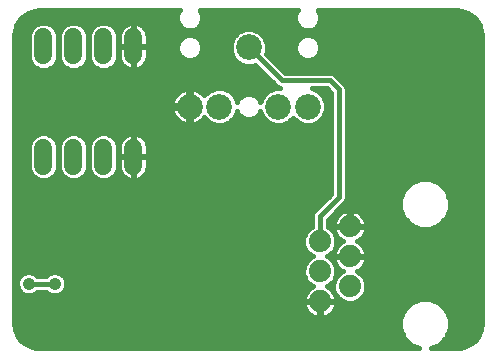
<source format=gbl>
G75*
G70*
%OFA0B0*%
%FSLAX24Y24*%
%IPPOS*%
%LPD*%
%AMOC8*
5,1,8,0,0,1.08239X$1,22.5*
%
%ADD10C,0.0600*%
%ADD11C,0.0860*%
%ADD12C,0.0740*%
%ADD13C,0.0413*%
%ADD14C,0.0160*%
D10*
X001334Y006435D02*
X001334Y007035D01*
X002334Y007035D02*
X002334Y006435D01*
X003334Y006435D02*
X003334Y007035D01*
X004334Y007035D02*
X004334Y006435D01*
X004334Y010116D02*
X004334Y010716D01*
X003334Y010716D02*
X003334Y010116D01*
X002334Y010116D02*
X002334Y010716D01*
X001334Y010716D02*
X001334Y010116D01*
D11*
X006211Y008411D03*
X007196Y008411D03*
X009164Y008411D03*
X010149Y008411D03*
X008180Y010380D03*
D12*
X011550Y004414D03*
X010550Y003914D03*
X011550Y003414D03*
X010550Y002914D03*
X011550Y002414D03*
X010550Y001914D03*
D13*
X009432Y001952D03*
X006676Y001952D03*
X004314Y001952D03*
X002542Y002542D03*
X001715Y002503D03*
X000849Y002503D03*
X008841Y006873D03*
D14*
X000449Y000808D02*
X000600Y000600D01*
X000808Y000449D01*
X001052Y000370D01*
X001180Y000360D01*
X013849Y000360D01*
X013586Y000469D01*
X013355Y000700D01*
X013230Y001001D01*
X013230Y001327D01*
X013355Y001629D01*
X013586Y001859D01*
X013887Y001984D01*
X014213Y001984D01*
X014515Y001859D01*
X014745Y001629D01*
X014870Y001327D01*
X014870Y001001D01*
X014745Y000700D01*
X014515Y000469D01*
X014251Y000360D01*
X015125Y000360D01*
X015253Y000370D01*
X015497Y000449D01*
X015705Y000600D01*
X015856Y000808D01*
X015935Y001052D01*
X015945Y001180D01*
X015945Y010794D01*
X015935Y010922D01*
X015856Y011166D01*
X015705Y011374D01*
X015497Y011525D01*
X015253Y011604D01*
X015125Y011614D01*
X010487Y011614D01*
X010501Y011600D01*
X010565Y011447D01*
X010565Y011281D01*
X010501Y011128D01*
X010384Y011011D01*
X010231Y010948D01*
X010066Y010948D01*
X009913Y011011D01*
X009796Y011128D01*
X009732Y011281D01*
X009732Y011447D01*
X009796Y011600D01*
X009810Y011614D01*
X006550Y011614D01*
X006564Y011600D01*
X006628Y011447D01*
X006628Y011281D01*
X006564Y011128D01*
X006447Y011011D01*
X006294Y010948D01*
X006129Y010948D01*
X005976Y011011D01*
X005859Y011128D01*
X005795Y011281D01*
X005795Y011447D01*
X005859Y011600D01*
X005873Y011614D01*
X001180Y011614D01*
X001052Y011604D01*
X000808Y011525D01*
X000600Y011374D01*
X000449Y011166D01*
X000370Y010922D01*
X000360Y010794D01*
X000360Y001180D01*
X000370Y001052D01*
X000449Y000808D01*
X000447Y000814D02*
X013308Y000814D01*
X013242Y000973D02*
X000396Y000973D01*
X000364Y001131D02*
X013230Y001131D01*
X013230Y001290D02*
X000360Y001290D01*
X000360Y001448D02*
X010256Y001448D01*
X010262Y001444D02*
X010192Y001495D01*
X010131Y001556D01*
X010080Y001626D01*
X010040Y001703D01*
X010014Y001785D01*
X010000Y001871D01*
X010000Y001894D01*
X010530Y001894D01*
X010570Y001894D01*
X010570Y001364D01*
X010593Y001364D01*
X010679Y001378D01*
X010761Y001405D01*
X010838Y001444D01*
X010908Y001495D01*
X010970Y001556D01*
X011020Y001626D01*
X011060Y001703D01*
X011087Y001785D01*
X011100Y001871D01*
X011100Y001894D01*
X010570Y001894D01*
X010570Y001934D01*
X011100Y001934D01*
X011100Y001958D01*
X011087Y002043D01*
X011060Y002125D01*
X011020Y002203D01*
X010970Y002273D01*
X010908Y002334D01*
X010838Y002385D01*
X010780Y002414D01*
X010862Y002448D01*
X011016Y002603D01*
X011100Y002805D01*
X011100Y003024D01*
X011016Y003226D01*
X010862Y003381D01*
X010780Y003414D01*
X010862Y003448D01*
X011016Y003603D01*
X011100Y003805D01*
X011100Y004024D01*
X011016Y004226D01*
X010862Y004381D01*
X010810Y004402D01*
X010810Y004642D01*
X011327Y005160D01*
X011400Y005233D01*
X011440Y005328D01*
X011440Y009032D01*
X011400Y009127D01*
X011100Y009427D01*
X011027Y009500D01*
X010932Y009540D01*
X009388Y009540D01*
X008755Y010173D01*
X008790Y010259D01*
X008790Y010501D01*
X008697Y010726D01*
X008526Y010897D01*
X008301Y010990D01*
X008059Y010990D01*
X007834Y010897D01*
X007663Y010726D01*
X007570Y010501D01*
X007570Y010259D01*
X007663Y010034D01*
X007834Y009863D01*
X008059Y009770D01*
X008301Y009770D01*
X008387Y009805D01*
X009133Y009060D01*
X009225Y009021D01*
X009043Y009021D01*
X008819Y008929D01*
X008647Y008757D01*
X008567Y008564D01*
X008533Y008647D01*
X008416Y008764D01*
X008263Y008828D01*
X008097Y008828D01*
X007944Y008764D01*
X007827Y008647D01*
X007793Y008564D01*
X007713Y008757D01*
X007541Y008929D01*
X007317Y009021D01*
X007074Y009021D01*
X006850Y008929D01*
X006699Y008778D01*
X006677Y008809D01*
X006609Y008877D01*
X006531Y008933D01*
X006446Y008977D01*
X006354Y009006D01*
X006260Y009021D01*
X006259Y009021D01*
X006259Y008459D01*
X006164Y008459D01*
X006164Y008364D01*
X006259Y008364D01*
X006259Y007801D01*
X006260Y007801D01*
X006354Y007817D01*
X006446Y007846D01*
X006531Y007890D01*
X006609Y007946D01*
X006677Y008014D01*
X006699Y008045D01*
X006850Y007894D01*
X007074Y007801D01*
X007317Y007801D01*
X007541Y007894D01*
X007713Y008066D01*
X007793Y008259D01*
X007827Y008176D01*
X007944Y008059D01*
X008097Y007995D01*
X008263Y007995D01*
X008416Y008059D01*
X008533Y008176D01*
X008567Y008259D01*
X008647Y008066D01*
X008819Y007894D01*
X009043Y007801D01*
X009286Y007801D01*
X009510Y007894D01*
X009656Y008041D01*
X009803Y007894D01*
X010027Y007801D01*
X010270Y007801D01*
X010494Y007894D01*
X010666Y008066D01*
X010759Y008290D01*
X010759Y008533D01*
X010666Y008757D01*
X010494Y008929D01*
X010273Y009020D01*
X010772Y009020D01*
X010920Y008872D01*
X010920Y005488D01*
X010330Y004897D01*
X010290Y004802D01*
X010290Y004402D01*
X010239Y004381D01*
X010084Y004226D01*
X010000Y004024D01*
X010000Y003805D01*
X010084Y003603D01*
X010239Y003448D01*
X010320Y003414D01*
X010239Y003381D01*
X010084Y003226D01*
X010000Y003024D01*
X010000Y002805D01*
X010084Y002603D01*
X010239Y002448D01*
X010320Y002414D01*
X010262Y002385D01*
X010192Y002334D01*
X010131Y002273D01*
X010080Y002203D01*
X010040Y002125D01*
X010014Y002043D01*
X010000Y001958D01*
X010000Y001934D01*
X010530Y001934D01*
X010530Y001894D01*
X010530Y001364D01*
X010507Y001364D01*
X010421Y001378D01*
X010339Y001405D01*
X010262Y001444D01*
X010094Y001607D02*
X000360Y001607D01*
X000360Y001765D02*
X010020Y001765D01*
X010026Y002082D02*
X000360Y002082D01*
X000360Y001924D02*
X010530Y001924D01*
X010570Y001924D02*
X011298Y001924D01*
X011239Y001948D02*
X011441Y001864D01*
X011659Y001864D01*
X011862Y001948D01*
X012016Y002103D01*
X012100Y002305D01*
X012100Y002524D01*
X012016Y002726D01*
X011862Y002881D01*
X011780Y002914D01*
X011838Y002944D01*
X011908Y002995D01*
X011970Y003056D01*
X012020Y003126D01*
X012060Y003203D01*
X012087Y003285D01*
X012100Y003371D01*
X012100Y003394D01*
X011570Y003394D01*
X011570Y003434D01*
X012100Y003434D01*
X012100Y003458D01*
X012087Y003543D01*
X012060Y003625D01*
X012020Y003703D01*
X011970Y003773D01*
X011908Y003834D01*
X011838Y003885D01*
X011780Y003914D01*
X011838Y003944D01*
X011908Y003995D01*
X011970Y004056D01*
X012020Y004126D01*
X012060Y004203D01*
X012087Y004285D01*
X012100Y004371D01*
X012100Y004394D01*
X011570Y004394D01*
X011570Y004434D01*
X012100Y004434D01*
X012100Y004458D01*
X012087Y004543D01*
X012060Y004625D01*
X012020Y004703D01*
X011970Y004773D01*
X011908Y004834D01*
X011838Y004885D01*
X011761Y004924D01*
X011679Y004951D01*
X011593Y004964D01*
X011570Y004964D01*
X011570Y004434D01*
X011530Y004434D01*
X011530Y004394D01*
X011000Y004394D01*
X011000Y004371D01*
X011014Y004285D01*
X011040Y004203D01*
X011080Y004126D01*
X011131Y004056D01*
X011192Y003995D01*
X011262Y003944D01*
X011320Y003914D01*
X011262Y003885D01*
X011192Y003834D01*
X011131Y003773D01*
X011080Y003703D01*
X011040Y003625D01*
X011014Y003543D01*
X011000Y003458D01*
X011000Y003434D01*
X011530Y003434D01*
X011530Y003394D01*
X011000Y003394D01*
X011000Y003371D01*
X011014Y003285D01*
X011040Y003203D01*
X011080Y003126D01*
X011131Y003056D01*
X011192Y002995D01*
X011262Y002944D01*
X011320Y002914D01*
X011239Y002881D01*
X011084Y002726D01*
X011000Y002524D01*
X011000Y002305D01*
X011084Y002103D01*
X011239Y001948D01*
X011105Y002082D02*
X011074Y002082D01*
X011027Y002241D02*
X010993Y002241D01*
X011000Y002399D02*
X010810Y002399D01*
X010971Y002558D02*
X011014Y002558D01*
X011063Y002716D02*
X011080Y002716D01*
X011100Y002875D02*
X011233Y002875D01*
X011154Y003033D02*
X011096Y003033D01*
X011046Y003192D02*
X011031Y003192D01*
X011003Y003350D02*
X010892Y003350D01*
X010922Y003509D02*
X011008Y003509D01*
X011043Y003667D02*
X011062Y003667D01*
X011100Y003826D02*
X011184Y003826D01*
X011207Y003984D02*
X011100Y003984D01*
X011071Y004143D02*
X011051Y004143D01*
X011011Y004301D02*
X010941Y004301D01*
X011000Y004434D02*
X011530Y004434D01*
X011530Y004964D01*
X011507Y004964D01*
X011421Y004951D01*
X011339Y004924D01*
X011262Y004885D01*
X011192Y004834D01*
X011131Y004773D01*
X011080Y004703D01*
X011040Y004625D01*
X011014Y004543D01*
X011000Y004458D01*
X011000Y004434D01*
X011000Y004460D02*
X010810Y004460D01*
X010810Y004618D02*
X011038Y004618D01*
X010944Y004777D02*
X011135Y004777D01*
X011103Y004935D02*
X011373Y004935D01*
X011530Y004935D02*
X011570Y004935D01*
X011727Y004935D02*
X013257Y004935D01*
X013230Y005001D02*
X013355Y004700D01*
X013586Y004469D01*
X013887Y004344D01*
X014213Y004344D01*
X014515Y004469D01*
X014745Y004700D01*
X014870Y005001D01*
X014870Y005327D01*
X014745Y005629D01*
X014515Y005859D01*
X014213Y005984D01*
X013887Y005984D01*
X013586Y005859D01*
X013355Y005629D01*
X013230Y005327D01*
X013230Y005001D01*
X013230Y005094D02*
X011261Y005094D01*
X011408Y005252D02*
X013230Y005252D01*
X013265Y005411D02*
X011440Y005411D01*
X011440Y005569D02*
X013330Y005569D01*
X013454Y005728D02*
X011440Y005728D01*
X011440Y005886D02*
X013650Y005886D01*
X014450Y005886D02*
X015945Y005886D01*
X015945Y006045D02*
X011440Y006045D01*
X011440Y006203D02*
X015945Y006203D01*
X015945Y006362D02*
X011440Y006362D01*
X011440Y006520D02*
X015945Y006520D01*
X015945Y006679D02*
X011440Y006679D01*
X011440Y006837D02*
X015945Y006837D01*
X015945Y006996D02*
X011440Y006996D01*
X011440Y007154D02*
X015945Y007154D01*
X015945Y007313D02*
X011440Y007313D01*
X011440Y007471D02*
X015945Y007471D01*
X015945Y007630D02*
X011440Y007630D01*
X011440Y007788D02*
X015945Y007788D01*
X015945Y007947D02*
X011440Y007947D01*
X011440Y008105D02*
X015945Y008105D01*
X015945Y008264D02*
X011440Y008264D01*
X011440Y008422D02*
X015945Y008422D01*
X015945Y008581D02*
X011440Y008581D01*
X011440Y008739D02*
X015945Y008739D01*
X015945Y008898D02*
X011440Y008898D01*
X011430Y009056D02*
X015945Y009056D01*
X015945Y009215D02*
X011313Y009215D01*
X011155Y009373D02*
X015945Y009373D01*
X015945Y009532D02*
X010952Y009532D01*
X010880Y009280D02*
X009280Y009280D01*
X008180Y010380D01*
X007737Y010800D02*
X004806Y010800D01*
X004802Y010829D02*
X004778Y010900D01*
X004744Y010968D01*
X004700Y011029D01*
X004646Y011082D01*
X004585Y011127D01*
X004518Y011161D01*
X004446Y011184D01*
X004371Y011196D01*
X004354Y011196D01*
X004354Y010436D01*
X004814Y010436D01*
X004814Y010754D01*
X004802Y010829D01*
X004749Y010958D02*
X006105Y010958D01*
X006129Y010796D02*
X005976Y010733D01*
X005859Y010616D01*
X005795Y010463D01*
X005795Y010297D01*
X005859Y010144D01*
X005976Y010027D01*
X006129Y009964D01*
X006294Y009964D01*
X006447Y010027D01*
X006564Y010144D01*
X006628Y010297D01*
X006628Y010463D01*
X006564Y010616D01*
X006447Y010733D01*
X006294Y010796D01*
X006129Y010796D01*
X006318Y010958D02*
X007981Y010958D01*
X007628Y010641D02*
X006539Y010641D01*
X006620Y010483D02*
X007570Y010483D01*
X007570Y010324D02*
X006628Y010324D01*
X006573Y010166D02*
X007609Y010166D01*
X007690Y010007D02*
X006399Y010007D01*
X006024Y010007D02*
X004802Y010007D01*
X004802Y010004D02*
X004814Y010078D01*
X004814Y010396D01*
X004354Y010396D01*
X004354Y010436D01*
X004314Y010436D01*
X004314Y011196D01*
X004296Y011196D01*
X004221Y011184D01*
X004149Y011161D01*
X004082Y011127D01*
X004021Y011082D01*
X003967Y011029D01*
X003923Y010968D01*
X003889Y010900D01*
X003865Y010829D01*
X003854Y010754D01*
X003854Y010436D01*
X004314Y010436D01*
X004314Y010396D01*
X004354Y010396D01*
X004354Y009636D01*
X004371Y009636D01*
X004446Y009648D01*
X004518Y009671D01*
X004585Y009706D01*
X004646Y009750D01*
X004700Y009804D01*
X004744Y009865D01*
X004778Y009932D01*
X004802Y010004D01*
X004814Y010166D02*
X005850Y010166D01*
X005795Y010324D02*
X004814Y010324D01*
X004814Y010483D02*
X005803Y010483D01*
X005884Y010641D02*
X004814Y010641D01*
X004354Y010641D02*
X004314Y010641D01*
X004314Y010483D02*
X004354Y010483D01*
X004314Y010396D02*
X003854Y010396D01*
X003854Y010078D01*
X003865Y010004D01*
X003889Y009932D01*
X003923Y009865D01*
X003967Y009804D01*
X004021Y009750D01*
X004082Y009706D01*
X004149Y009671D01*
X004221Y009648D01*
X004296Y009636D01*
X004314Y009636D01*
X004314Y010396D01*
X004314Y010324D02*
X004354Y010324D01*
X004354Y010166D02*
X004314Y010166D01*
X004314Y010007D02*
X004354Y010007D01*
X004354Y009849D02*
X004314Y009849D01*
X004314Y009690D02*
X004354Y009690D01*
X004554Y009690D02*
X008502Y009690D01*
X008661Y009532D02*
X000360Y009532D01*
X000360Y009373D02*
X008819Y009373D01*
X008978Y009215D02*
X000360Y009215D01*
X000360Y009056D02*
X009141Y009056D01*
X008788Y008898D02*
X007572Y008898D01*
X007720Y008739D02*
X007919Y008739D01*
X007799Y008581D02*
X007786Y008581D01*
X007729Y008105D02*
X007898Y008105D01*
X007593Y007947D02*
X008767Y007947D01*
X008631Y008105D02*
X008462Y008105D01*
X008561Y008581D02*
X008574Y008581D01*
X008640Y008739D02*
X008441Y008739D01*
X009562Y007947D02*
X009751Y007947D01*
X010546Y007947D02*
X010920Y007947D01*
X010920Y008105D02*
X010682Y008105D01*
X010747Y008264D02*
X010920Y008264D01*
X010920Y008422D02*
X010759Y008422D01*
X010739Y008581D02*
X010920Y008581D01*
X010920Y008739D02*
X010673Y008739D01*
X010525Y008898D02*
X010895Y008898D01*
X011180Y008980D02*
X010880Y009280D01*
X011180Y008980D02*
X011180Y005380D01*
X010550Y004750D01*
X010550Y003914D01*
X010159Y004301D02*
X000360Y004301D01*
X000360Y004143D02*
X010049Y004143D01*
X010000Y003984D02*
X000360Y003984D01*
X000360Y003826D02*
X010000Y003826D01*
X010057Y003667D02*
X000360Y003667D01*
X000360Y003509D02*
X010178Y003509D01*
X010208Y003350D02*
X000360Y003350D01*
X000360Y003192D02*
X010070Y003192D01*
X010004Y003033D02*
X000360Y003033D01*
X000360Y002875D02*
X000736Y002875D01*
X000772Y002890D02*
X000630Y002831D01*
X000521Y002722D01*
X000463Y002580D01*
X000463Y002426D01*
X000521Y002284D01*
X000630Y002175D01*
X000772Y002116D01*
X000926Y002116D01*
X001068Y002175D01*
X001136Y002243D01*
X001429Y002243D01*
X001496Y002175D01*
X001639Y002116D01*
X001792Y002116D01*
X001934Y002175D01*
X002043Y002284D01*
X002102Y002426D01*
X002102Y002580D01*
X002043Y002722D01*
X001934Y002831D01*
X001792Y002890D01*
X001639Y002890D01*
X001496Y002831D01*
X001429Y002763D01*
X001136Y002763D01*
X001068Y002831D01*
X000926Y002890D01*
X000772Y002890D01*
X000962Y002875D02*
X001602Y002875D01*
X001829Y002875D02*
X010000Y002875D01*
X010037Y002716D02*
X002046Y002716D01*
X002102Y002558D02*
X010129Y002558D01*
X010290Y002399D02*
X002091Y002399D01*
X002000Y002241D02*
X010107Y002241D01*
X010530Y001765D02*
X010570Y001765D01*
X010570Y001607D02*
X010530Y001607D01*
X010530Y001448D02*
X010570Y001448D01*
X010844Y001448D02*
X013280Y001448D01*
X013346Y001607D02*
X011006Y001607D01*
X011080Y001765D02*
X013491Y001765D01*
X013740Y001924D02*
X011803Y001924D01*
X011996Y002082D02*
X015945Y002082D01*
X015945Y001924D02*
X014360Y001924D01*
X014609Y001765D02*
X015945Y001765D01*
X015945Y001607D02*
X014754Y001607D01*
X014820Y001448D02*
X015945Y001448D01*
X015945Y001290D02*
X014870Y001290D01*
X014870Y001131D02*
X015941Y001131D01*
X015909Y000973D02*
X014858Y000973D01*
X014793Y000814D02*
X015858Y000814D01*
X015745Y000656D02*
X014701Y000656D01*
X014542Y000497D02*
X015563Y000497D01*
X013558Y000497D02*
X000742Y000497D01*
X000560Y000656D02*
X013399Y000656D01*
X012073Y002241D02*
X015945Y002241D01*
X015945Y002399D02*
X012100Y002399D01*
X012086Y002558D02*
X015945Y002558D01*
X015945Y002716D02*
X012020Y002716D01*
X011868Y002875D02*
X015945Y002875D01*
X015945Y003033D02*
X011947Y003033D01*
X012054Y003192D02*
X015945Y003192D01*
X015945Y003350D02*
X012097Y003350D01*
X012092Y003509D02*
X015945Y003509D01*
X015945Y003667D02*
X012039Y003667D01*
X011917Y003826D02*
X015945Y003826D01*
X015945Y003984D02*
X011894Y003984D01*
X012029Y004143D02*
X015945Y004143D01*
X015945Y004301D02*
X012089Y004301D01*
X012100Y004460D02*
X013609Y004460D01*
X013437Y004618D02*
X012062Y004618D01*
X011966Y004777D02*
X013323Y004777D01*
X014491Y004460D02*
X015945Y004460D01*
X015945Y004618D02*
X014663Y004618D01*
X014777Y004777D02*
X015945Y004777D01*
X015945Y004935D02*
X014843Y004935D01*
X014870Y005094D02*
X015945Y005094D01*
X015945Y005252D02*
X014870Y005252D01*
X014836Y005411D02*
X015945Y005411D01*
X015945Y005569D02*
X014770Y005569D01*
X014646Y005728D02*
X015945Y005728D01*
X011570Y004777D02*
X011530Y004777D01*
X011530Y004618D02*
X011570Y004618D01*
X011570Y004460D02*
X011530Y004460D01*
X010684Y005252D02*
X000360Y005252D01*
X000360Y005411D02*
X010843Y005411D01*
X010920Y005569D02*
X000360Y005569D01*
X000360Y005728D02*
X010920Y005728D01*
X010920Y005886D02*
X000360Y005886D01*
X000360Y006045D02*
X001045Y006045D01*
X001062Y006028D02*
X001238Y005955D01*
X001429Y005955D01*
X001605Y006028D01*
X001740Y006163D01*
X001814Y006340D01*
X001814Y007131D01*
X001740Y007307D01*
X001605Y007442D01*
X001429Y007515D01*
X001238Y007515D01*
X001062Y007442D01*
X000927Y007307D01*
X000854Y007131D01*
X000854Y006340D01*
X000927Y006163D01*
X001062Y006028D01*
X000910Y006203D02*
X000360Y006203D01*
X000360Y006362D02*
X000854Y006362D01*
X000854Y006520D02*
X000360Y006520D01*
X000360Y006679D02*
X000854Y006679D01*
X000854Y006837D02*
X000360Y006837D01*
X000360Y006996D02*
X000854Y006996D01*
X000863Y007154D02*
X000360Y007154D01*
X000360Y007313D02*
X000932Y007313D01*
X001132Y007471D02*
X000360Y007471D01*
X000360Y007630D02*
X010920Y007630D01*
X010920Y007788D02*
X000360Y007788D01*
X000360Y007947D02*
X005814Y007947D01*
X005814Y007946D02*
X005892Y007890D01*
X005977Y007846D01*
X006069Y007817D01*
X006163Y007801D01*
X006164Y007801D01*
X006164Y008364D01*
X005601Y008364D01*
X005601Y008363D01*
X005617Y008269D01*
X005646Y008177D01*
X005690Y008092D01*
X005746Y008014D01*
X005814Y007946D01*
X005683Y008105D02*
X000360Y008105D01*
X000360Y008264D02*
X005618Y008264D01*
X005601Y008459D02*
X006164Y008459D01*
X006164Y009021D01*
X006163Y009021D01*
X006069Y009006D01*
X005977Y008977D01*
X005892Y008933D01*
X005814Y008877D01*
X005746Y008809D01*
X005690Y008731D01*
X005646Y008646D01*
X005617Y008554D01*
X005601Y008460D01*
X005601Y008459D01*
X005625Y008581D02*
X000360Y008581D01*
X000360Y008739D02*
X005695Y008739D01*
X005843Y008898D02*
X000360Y008898D01*
X000360Y008422D02*
X006164Y008422D01*
X006164Y008264D02*
X006259Y008264D01*
X006259Y008105D02*
X006164Y008105D01*
X006164Y007947D02*
X006259Y007947D01*
X006609Y007947D02*
X006798Y007947D01*
X006259Y008581D02*
X006164Y008581D01*
X006164Y008739D02*
X006259Y008739D01*
X006259Y008898D02*
X006164Y008898D01*
X006580Y008898D02*
X006819Y008898D01*
X007869Y009849D02*
X004732Y009849D01*
X004113Y009690D02*
X003559Y009690D01*
X003605Y009709D02*
X003740Y009844D01*
X003814Y010021D01*
X003814Y010812D01*
X003740Y010988D01*
X003605Y011123D01*
X003429Y011196D01*
X003238Y011196D01*
X003062Y011123D01*
X002927Y010988D01*
X002854Y010812D01*
X002854Y010021D01*
X002927Y009844D01*
X003062Y009709D01*
X003238Y009636D01*
X003429Y009636D01*
X003605Y009709D01*
X003742Y009849D02*
X003935Y009849D01*
X003865Y010007D02*
X003808Y010007D01*
X003814Y010166D02*
X003854Y010166D01*
X003854Y010324D02*
X003814Y010324D01*
X003814Y010483D02*
X003854Y010483D01*
X003854Y010641D02*
X003814Y010641D01*
X003814Y010800D02*
X003861Y010800D01*
X003918Y010958D02*
X003753Y010958D01*
X003612Y011117D02*
X004068Y011117D01*
X004314Y011117D02*
X004354Y011117D01*
X004354Y010958D02*
X004314Y010958D01*
X004314Y010800D02*
X004354Y010800D01*
X004599Y011117D02*
X005871Y011117D01*
X005798Y011275D02*
X000528Y011275D01*
X000682Y011434D02*
X005795Y011434D01*
X005855Y011592D02*
X001015Y011592D01*
X001238Y011196D02*
X001062Y011123D01*
X000927Y010988D01*
X000854Y010812D01*
X000854Y010021D01*
X000927Y009844D01*
X001062Y009709D01*
X001238Y009636D01*
X001429Y009636D01*
X001605Y009709D01*
X001740Y009844D01*
X001814Y010021D01*
X001814Y010812D01*
X001740Y010988D01*
X001605Y011123D01*
X001429Y011196D01*
X001238Y011196D01*
X001055Y011117D02*
X000433Y011117D01*
X000382Y010958D02*
X000914Y010958D01*
X000854Y010800D02*
X000360Y010800D01*
X000360Y010641D02*
X000854Y010641D01*
X000854Y010483D02*
X000360Y010483D01*
X000360Y010324D02*
X000854Y010324D01*
X000854Y010166D02*
X000360Y010166D01*
X000360Y010007D02*
X000859Y010007D01*
X000925Y009849D02*
X000360Y009849D01*
X000360Y009690D02*
X001108Y009690D01*
X001559Y009690D02*
X002108Y009690D01*
X002062Y009709D02*
X001927Y009844D01*
X001854Y010021D01*
X001854Y010812D01*
X001927Y010988D01*
X002062Y011123D01*
X002238Y011196D01*
X002429Y011196D01*
X002605Y011123D01*
X002740Y010988D01*
X002814Y010812D01*
X002814Y010021D01*
X002740Y009844D01*
X002605Y009709D01*
X002429Y009636D01*
X002238Y009636D01*
X002062Y009709D01*
X001925Y009849D02*
X001742Y009849D01*
X001808Y010007D02*
X001859Y010007D01*
X001854Y010166D02*
X001814Y010166D01*
X001814Y010324D02*
X001854Y010324D01*
X001854Y010483D02*
X001814Y010483D01*
X001814Y010641D02*
X001854Y010641D01*
X001854Y010800D02*
X001814Y010800D01*
X001753Y010958D02*
X001914Y010958D01*
X002055Y011117D02*
X001612Y011117D01*
X002612Y011117D02*
X003055Y011117D01*
X002914Y010958D02*
X002753Y010958D01*
X002814Y010800D02*
X002854Y010800D01*
X002854Y010641D02*
X002814Y010641D01*
X002814Y010483D02*
X002854Y010483D01*
X002854Y010324D02*
X002814Y010324D01*
X002814Y010166D02*
X002854Y010166D01*
X002859Y010007D02*
X002808Y010007D01*
X002742Y009849D02*
X002925Y009849D01*
X003108Y009690D02*
X002559Y009690D01*
X002429Y007515D02*
X002238Y007515D01*
X002062Y007442D01*
X001927Y007307D01*
X001854Y007131D01*
X001854Y006340D01*
X001927Y006163D01*
X002062Y006028D01*
X002238Y005955D01*
X002429Y005955D01*
X002605Y006028D01*
X002740Y006163D01*
X002814Y006340D01*
X002814Y007131D01*
X002740Y007307D01*
X002605Y007442D01*
X002429Y007515D01*
X002536Y007471D02*
X003132Y007471D01*
X003062Y007442D02*
X003238Y007515D01*
X003429Y007515D01*
X003605Y007442D01*
X003740Y007307D01*
X003814Y007131D01*
X003814Y006340D01*
X003740Y006163D01*
X003605Y006028D01*
X003429Y005955D01*
X003238Y005955D01*
X003062Y006028D01*
X002927Y006163D01*
X002854Y006340D01*
X002854Y007131D01*
X002927Y007307D01*
X003062Y007442D01*
X002932Y007313D02*
X002735Y007313D01*
X002804Y007154D02*
X002863Y007154D01*
X002854Y006996D02*
X002814Y006996D01*
X002814Y006837D02*
X002854Y006837D01*
X002854Y006679D02*
X002814Y006679D01*
X002814Y006520D02*
X002854Y006520D01*
X002854Y006362D02*
X002814Y006362D01*
X002757Y006203D02*
X002910Y006203D01*
X003045Y006045D02*
X002622Y006045D01*
X002045Y006045D02*
X001622Y006045D01*
X001757Y006203D02*
X001910Y006203D01*
X001854Y006362D02*
X001814Y006362D01*
X001814Y006520D02*
X001854Y006520D01*
X001854Y006679D02*
X001814Y006679D01*
X001814Y006837D02*
X001854Y006837D01*
X001854Y006996D02*
X001814Y006996D01*
X001804Y007154D02*
X001863Y007154D01*
X001932Y007313D02*
X001735Y007313D01*
X001536Y007471D02*
X002132Y007471D01*
X003536Y007471D02*
X004132Y007471D01*
X004149Y007480D02*
X004082Y007446D01*
X004021Y007401D01*
X003967Y007348D01*
X003923Y007287D01*
X003889Y007219D01*
X003865Y007148D01*
X003854Y007073D01*
X003854Y006755D01*
X004314Y006755D01*
X004314Y007515D01*
X004296Y007515D01*
X004221Y007503D01*
X004149Y007480D01*
X004314Y007471D02*
X004354Y007471D01*
X004354Y007515D02*
X004354Y006755D01*
X004814Y006755D01*
X004814Y007073D01*
X004802Y007148D01*
X004778Y007219D01*
X004744Y007287D01*
X004700Y007348D01*
X004646Y007401D01*
X004585Y007446D01*
X004518Y007480D01*
X004446Y007503D01*
X004371Y007515D01*
X004354Y007515D01*
X004535Y007471D02*
X010920Y007471D01*
X010920Y007313D02*
X004725Y007313D01*
X004800Y007154D02*
X010920Y007154D01*
X010920Y006996D02*
X004814Y006996D01*
X004814Y006837D02*
X010920Y006837D01*
X010920Y006679D02*
X004814Y006679D01*
X004814Y006715D02*
X004354Y006715D01*
X004354Y006755D01*
X004314Y006755D01*
X004314Y006715D01*
X004354Y006715D01*
X004354Y005955D01*
X004371Y005955D01*
X004446Y005967D01*
X004518Y005990D01*
X004585Y006025D01*
X004646Y006069D01*
X004700Y006122D01*
X004744Y006184D01*
X004778Y006251D01*
X004802Y006323D01*
X004814Y006397D01*
X004814Y006715D01*
X004814Y006520D02*
X010920Y006520D01*
X010920Y006362D02*
X004808Y006362D01*
X004754Y006203D02*
X010920Y006203D01*
X010920Y006045D02*
X004613Y006045D01*
X004354Y006045D02*
X004314Y006045D01*
X004314Y005955D02*
X004314Y006715D01*
X003854Y006715D01*
X003854Y006397D01*
X003865Y006323D01*
X003889Y006251D01*
X003923Y006184D01*
X003967Y006122D01*
X004021Y006069D01*
X004082Y006025D01*
X004149Y005990D01*
X004221Y005967D01*
X004296Y005955D01*
X004314Y005955D01*
X004055Y006045D02*
X003622Y006045D01*
X003757Y006203D02*
X003913Y006203D01*
X003859Y006362D02*
X003814Y006362D01*
X003814Y006520D02*
X003854Y006520D01*
X003854Y006679D02*
X003814Y006679D01*
X003814Y006837D02*
X003854Y006837D01*
X003854Y006996D02*
X003814Y006996D01*
X003804Y007154D02*
X003867Y007154D01*
X003942Y007313D02*
X003735Y007313D01*
X004314Y007313D02*
X004354Y007313D01*
X004354Y007154D02*
X004314Y007154D01*
X004314Y006996D02*
X004354Y006996D01*
X004354Y006837D02*
X004314Y006837D01*
X004314Y006679D02*
X004354Y006679D01*
X004354Y006520D02*
X004314Y006520D01*
X004314Y006362D02*
X004354Y006362D01*
X004354Y006203D02*
X004314Y006203D01*
X000360Y005094D02*
X010526Y005094D01*
X010367Y004935D02*
X000360Y004935D01*
X000360Y004777D02*
X010290Y004777D01*
X010290Y004618D02*
X000360Y004618D01*
X000360Y004460D02*
X010290Y004460D01*
X009238Y009690D02*
X015945Y009690D01*
X015945Y009849D02*
X009079Y009849D01*
X008921Y010007D02*
X009961Y010007D01*
X009913Y010027D02*
X010066Y009964D01*
X010231Y009964D01*
X010384Y010027D01*
X010501Y010144D01*
X010565Y010297D01*
X010565Y010463D01*
X010501Y010616D01*
X010384Y010733D01*
X010231Y010796D01*
X010066Y010796D01*
X009913Y010733D01*
X009796Y010616D01*
X009732Y010463D01*
X009732Y010297D01*
X009796Y010144D01*
X009913Y010027D01*
X009787Y010166D02*
X008762Y010166D01*
X008790Y010324D02*
X009732Y010324D01*
X009740Y010483D02*
X008790Y010483D01*
X008732Y010641D02*
X009821Y010641D01*
X010042Y010958D02*
X008379Y010958D01*
X008623Y010800D02*
X015944Y010800D01*
X015945Y010641D02*
X010476Y010641D01*
X010557Y010483D02*
X015945Y010483D01*
X015945Y010324D02*
X010565Y010324D01*
X010510Y010166D02*
X015945Y010166D01*
X015945Y010007D02*
X010336Y010007D01*
X010255Y010958D02*
X015923Y010958D01*
X015872Y011117D02*
X010489Y011117D01*
X010562Y011275D02*
X015777Y011275D01*
X015623Y011434D02*
X010565Y011434D01*
X010505Y011592D02*
X015290Y011592D01*
X009792Y011592D02*
X006568Y011592D01*
X006628Y011434D02*
X009732Y011434D01*
X009735Y011275D02*
X006625Y011275D01*
X006552Y011117D02*
X009808Y011117D01*
X000519Y002716D02*
X000360Y002716D01*
X000360Y002558D02*
X000463Y002558D01*
X000474Y002399D02*
X000360Y002399D01*
X000360Y002241D02*
X000565Y002241D01*
X000849Y002503D02*
X001715Y002503D01*
X001431Y002241D02*
X001134Y002241D01*
M02*

</source>
